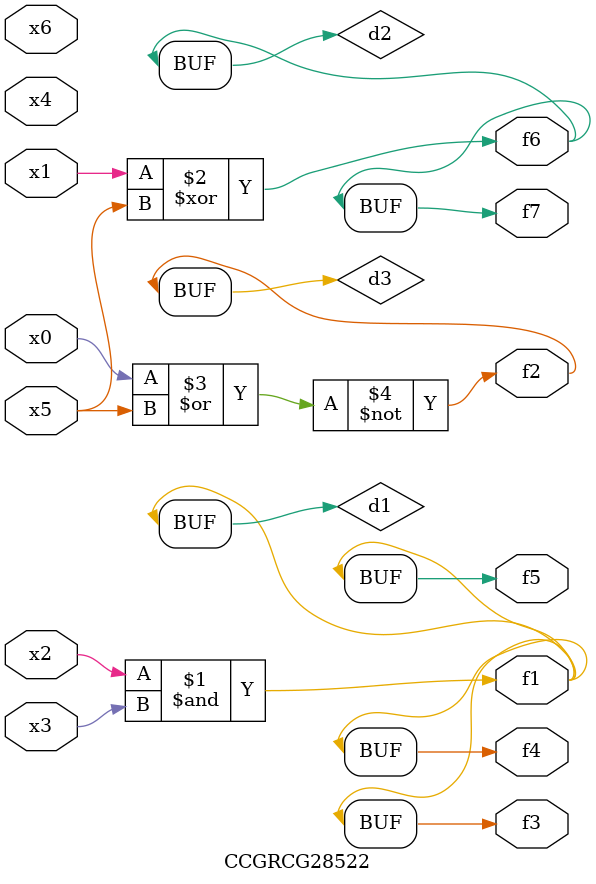
<source format=v>
module CCGRCG28522(
	input x0, x1, x2, x3, x4, x5, x6,
	output f1, f2, f3, f4, f5, f6, f7
);

	wire d1, d2, d3;

	and (d1, x2, x3);
	xor (d2, x1, x5);
	nor (d3, x0, x5);
	assign f1 = d1;
	assign f2 = d3;
	assign f3 = d1;
	assign f4 = d1;
	assign f5 = d1;
	assign f6 = d2;
	assign f7 = d2;
endmodule

</source>
